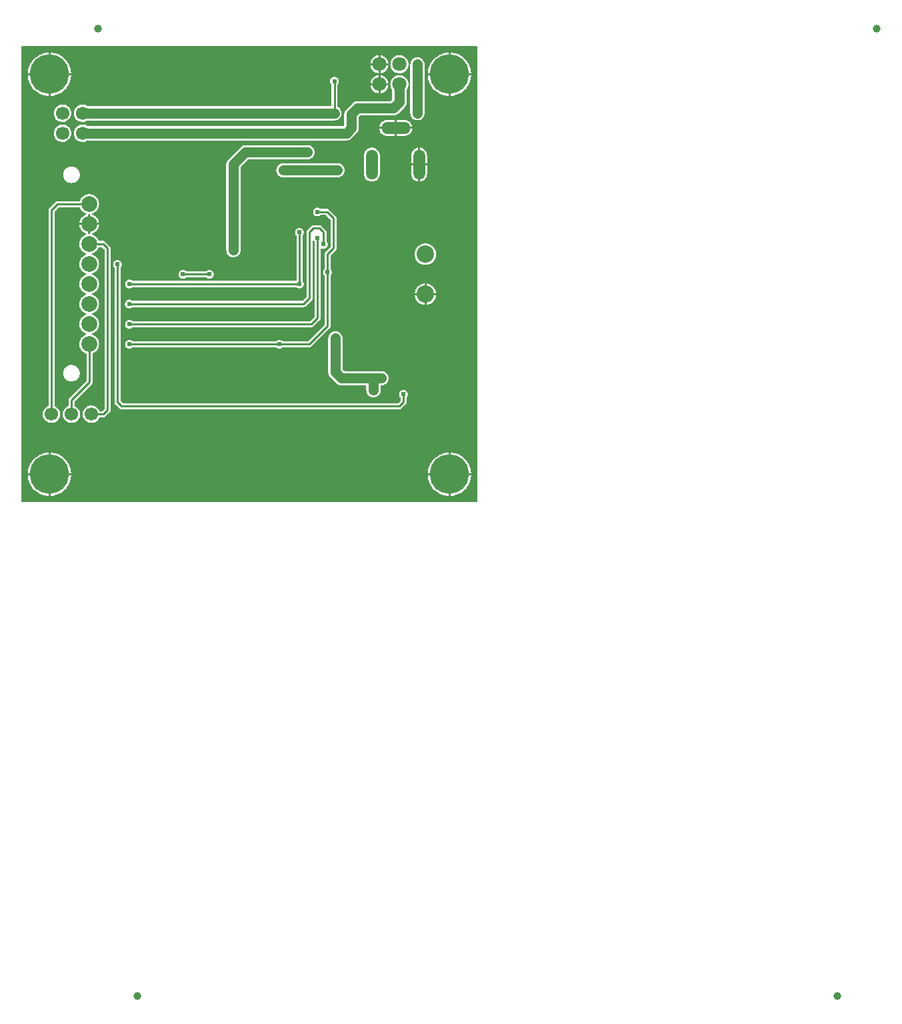
<source format=gbl>
G04 Layer: BottomLayer*
G04 Panelize: V-CUT, Column: 2, Row: 2, Board Size: 58.42mm x 58.42mm, Panelized Board Size: 118.84mm x 118.84mm*
G04 EasyEDA v6.5.34, 2023-08-04 19:32:33*
G04 a0606e6caba547089c08a3f75083e84a,5a6b42c53f6a479593ecc07194224c93,10*
G04 Gerber Generator version 0.2*
G04 Scale: 100 percent, Rotated: No, Reflected: No *
G04 Dimensions in millimeters *
G04 leading zeros omitted , absolute positions ,4 integer and 5 decimal *
%FSLAX45Y45*%
%MOMM*%

%ADD10C,0.2540*%
%ADD11C,1.3000*%
%ADD12C,1.0000*%
%ADD13O,3.6999926000000003X1.499997*%
%ADD14O,1.499997X3.7999924*%
%ADD15C,2.2000*%
%ADD16C,5.0000*%
%ADD17C,1.8000*%
%ADD18C,2.0000*%
%ADD19C,1.7000*%
%ADD20C,0.6096*%
%ADD21C,0.0188*%

%LPD*%
G36*
X5805932Y25908D02*
G01*
X36068Y26416D01*
X32156Y27178D01*
X28905Y29362D01*
X26670Y32664D01*
X25908Y36576D01*
X25908Y5805932D01*
X26670Y5809843D01*
X28905Y5813094D01*
X32156Y5815330D01*
X36068Y5816092D01*
X5805932Y5816092D01*
X5809843Y5815330D01*
X5813094Y5813094D01*
X5815330Y5809843D01*
X5816092Y5805932D01*
X5816092Y36068D01*
X5815330Y32207D01*
X5813094Y28905D01*
X5809843Y26670D01*
G37*

%LPC*%
G36*
X4584700Y5600700D02*
G01*
X4687112Y5600700D01*
X4686960Y5602528D01*
X4684268Y5616803D01*
X4679746Y5630672D01*
X4673549Y5643829D01*
X4665776Y5656122D01*
X4656480Y5667349D01*
X4645863Y5677306D01*
X4634077Y5685840D01*
X4621326Y5692851D01*
X4607814Y5698236D01*
X4593691Y5701842D01*
X4584700Y5702960D01*
G37*
G36*
X393700Y105562D02*
G01*
X398322Y105664D01*
X421284Y108051D01*
X443992Y112369D01*
X466242Y118618D01*
X487934Y126644D01*
X508812Y136499D01*
X528828Y148031D01*
X547827Y161239D01*
X565607Y175971D01*
X582117Y192125D01*
X597204Y209600D01*
X610819Y228295D01*
X622757Y248107D01*
X633018Y268782D01*
X641553Y290271D01*
X648208Y312369D01*
X653034Y334975D01*
X655929Y357936D01*
X656336Y368300D01*
X393700Y368300D01*
G37*
G36*
X5448300Y105613D02*
G01*
X5448300Y368300D01*
X5185410Y368300D01*
X5187289Y346405D01*
X5191150Y323646D01*
X5196890Y301244D01*
X5204460Y279450D01*
X5213858Y258317D01*
X5224983Y238099D01*
X5237784Y218846D01*
X5252161Y200710D01*
X5267960Y183896D01*
X5285130Y168402D01*
X5303520Y154432D01*
X5323027Y142087D01*
X5343499Y131368D01*
X5364835Y122428D01*
X5386781Y115265D01*
X5409285Y109982D01*
X5432145Y106629D01*
G37*
G36*
X368300Y105613D02*
G01*
X368300Y368300D01*
X105410Y368300D01*
X107289Y346405D01*
X111150Y323646D01*
X116890Y301244D01*
X124460Y279450D01*
X133858Y258317D01*
X144983Y238099D01*
X157784Y218846D01*
X172161Y200710D01*
X187960Y183896D01*
X205130Y168402D01*
X223520Y154432D01*
X243027Y142087D01*
X263499Y131368D01*
X284835Y122428D01*
X306781Y115265D01*
X329285Y109982D01*
X352145Y106629D01*
G37*
G36*
X393700Y393700D02*
G01*
X656336Y393700D01*
X655929Y404063D01*
X653034Y427024D01*
X648208Y449630D01*
X641553Y471728D01*
X633018Y493217D01*
X622757Y513892D01*
X610819Y533704D01*
X597204Y552348D01*
X582117Y569874D01*
X565607Y586028D01*
X547827Y600760D01*
X528828Y613968D01*
X508812Y625500D01*
X487934Y635355D01*
X466242Y643382D01*
X443992Y649630D01*
X421284Y653948D01*
X398322Y656336D01*
X393700Y656437D01*
G37*
G36*
X5473700Y393700D02*
G01*
X5736336Y393700D01*
X5735929Y404063D01*
X5733034Y427024D01*
X5728208Y449630D01*
X5721553Y471728D01*
X5713018Y493217D01*
X5702757Y513892D01*
X5690819Y533704D01*
X5677204Y552348D01*
X5662117Y569874D01*
X5645607Y586028D01*
X5627827Y600760D01*
X5608828Y613968D01*
X5588812Y625500D01*
X5567934Y635355D01*
X5546242Y643382D01*
X5523992Y649630D01*
X5501284Y653948D01*
X5478322Y656336D01*
X5473700Y656437D01*
G37*
G36*
X5185410Y393700D02*
G01*
X5448300Y393700D01*
X5448300Y656386D01*
X5432145Y655370D01*
X5409285Y652018D01*
X5386781Y646734D01*
X5364835Y639572D01*
X5343499Y630631D01*
X5323027Y619912D01*
X5303520Y607568D01*
X5285130Y593598D01*
X5267960Y578104D01*
X5252161Y561289D01*
X5237784Y543153D01*
X5224983Y523900D01*
X5213858Y503682D01*
X5204460Y482549D01*
X5196890Y460756D01*
X5191150Y438353D01*
X5187289Y415594D01*
G37*
G36*
X105410Y393700D02*
G01*
X368300Y393700D01*
X368300Y656386D01*
X352145Y655370D01*
X329285Y652018D01*
X306781Y646734D01*
X284835Y639572D01*
X263499Y630631D01*
X243027Y619912D01*
X223520Y607568D01*
X205130Y593598D01*
X187960Y578104D01*
X172161Y561289D01*
X157784Y543153D01*
X144983Y523900D01*
X133858Y503682D01*
X124460Y482549D01*
X116890Y460756D01*
X111150Y438353D01*
X107289Y415594D01*
G37*
G36*
X656844Y1032154D02*
G01*
X671068Y1032611D01*
X685088Y1034897D01*
X698703Y1038910D01*
X711708Y1044702D01*
X723849Y1052068D01*
X734974Y1060907D01*
X744829Y1071118D01*
X753313Y1082497D01*
X760323Y1094892D01*
X765657Y1108049D01*
X769264Y1121816D01*
X771042Y1135888D01*
X771042Y1150112D01*
X769264Y1164183D01*
X765657Y1177950D01*
X760323Y1191107D01*
X753313Y1203502D01*
X744829Y1214882D01*
X734974Y1225092D01*
X723849Y1233932D01*
X711708Y1241298D01*
X705053Y1244244D01*
X701852Y1246479D01*
X699770Y1249730D01*
X699008Y1253540D01*
X699008Y1300581D01*
X699770Y1304493D01*
X702005Y1307795D01*
X915924Y1521764D01*
X921054Y1527962D01*
X924610Y1534617D01*
X926795Y1541881D01*
X927608Y1549908D01*
X927608Y1909419D01*
X928319Y1913229D01*
X930452Y1916480D01*
X933602Y1918665D01*
X943914Y1923338D01*
X956919Y1931212D01*
X968908Y1940560D01*
X979627Y1951329D01*
X989025Y1963267D01*
X996899Y1976323D01*
X1003096Y1990140D01*
X1007618Y2004669D01*
X1010361Y2019604D01*
X1011275Y2034793D01*
X1010361Y2049983D01*
X1007618Y2064918D01*
X1003096Y2079447D01*
X996899Y2093315D01*
X989025Y2106320D01*
X979627Y2118258D01*
X968908Y2129028D01*
X956919Y2138426D01*
X943914Y2146249D01*
X929995Y2152548D01*
X926846Y2154783D01*
X924712Y2157984D01*
X924001Y2161794D01*
X924712Y2165604D01*
X926846Y2168855D01*
X929995Y2171090D01*
X943914Y2177338D01*
X956919Y2185212D01*
X968908Y2194560D01*
X979627Y2205329D01*
X989025Y2217267D01*
X996899Y2230323D01*
X1003096Y2244140D01*
X1007618Y2258669D01*
X1010361Y2273604D01*
X1011275Y2288794D01*
X1010361Y2303983D01*
X1007618Y2318918D01*
X1003096Y2333447D01*
X996899Y2347315D01*
X989025Y2360320D01*
X979627Y2372258D01*
X968908Y2383028D01*
X956919Y2392426D01*
X943914Y2400249D01*
X929995Y2406548D01*
X926846Y2408783D01*
X924712Y2411984D01*
X924001Y2415794D01*
X924712Y2419604D01*
X926846Y2422855D01*
X929995Y2425090D01*
X943914Y2431338D01*
X956919Y2439212D01*
X968908Y2448560D01*
X979627Y2459329D01*
X989025Y2471267D01*
X996899Y2484323D01*
X1003096Y2498140D01*
X1007618Y2512669D01*
X1010361Y2527604D01*
X1011275Y2542794D01*
X1010361Y2557983D01*
X1007618Y2572918D01*
X1003096Y2587447D01*
X996899Y2601315D01*
X989025Y2614320D01*
X979627Y2626258D01*
X968908Y2637028D01*
X956919Y2646426D01*
X943914Y2654249D01*
X929995Y2660548D01*
X926846Y2662783D01*
X924712Y2665984D01*
X924001Y2669794D01*
X924712Y2673604D01*
X926846Y2676855D01*
X929995Y2679090D01*
X943914Y2685338D01*
X956919Y2693212D01*
X968908Y2702560D01*
X979627Y2713329D01*
X989025Y2725267D01*
X996899Y2738323D01*
X1003096Y2752140D01*
X1007618Y2766669D01*
X1010361Y2781604D01*
X1011275Y2796794D01*
X1010361Y2811983D01*
X1007618Y2826918D01*
X1003096Y2841447D01*
X996899Y2855315D01*
X989025Y2868320D01*
X979627Y2880258D01*
X968908Y2891028D01*
X956919Y2900426D01*
X943914Y2908249D01*
X929995Y2914548D01*
X926846Y2916783D01*
X924712Y2919984D01*
X924001Y2923794D01*
X924712Y2927604D01*
X926846Y2930855D01*
X929995Y2933090D01*
X943914Y2939338D01*
X956919Y2947212D01*
X968908Y2956560D01*
X979627Y2967329D01*
X989025Y2979267D01*
X996899Y2992323D01*
X1003096Y3006140D01*
X1007618Y3020669D01*
X1010361Y3035604D01*
X1011275Y3050794D01*
X1010361Y3065983D01*
X1007618Y3080918D01*
X1003096Y3095447D01*
X996899Y3109315D01*
X989025Y3122320D01*
X979627Y3134258D01*
X968908Y3145028D01*
X956919Y3154426D01*
X943914Y3162249D01*
X929995Y3168548D01*
X926846Y3170783D01*
X924712Y3173984D01*
X924001Y3177794D01*
X924712Y3181604D01*
X926846Y3184855D01*
X929995Y3187090D01*
X943914Y3193338D01*
X956919Y3201212D01*
X968908Y3210560D01*
X979627Y3221329D01*
X989025Y3233267D01*
X996899Y3246323D01*
X1003147Y3260191D01*
X1005382Y3263341D01*
X1008583Y3265474D01*
X1012393Y3266186D01*
X1043787Y3266186D01*
X1047699Y3265424D01*
X1051001Y3263188D01*
X1075994Y3238195D01*
X1078230Y3234893D01*
X1078992Y3230981D01*
X1078992Y1214018D01*
X1078230Y1210106D01*
X1075994Y1206804D01*
X1053795Y1184605D01*
X1050493Y1182370D01*
X1046581Y1181608D01*
X1024991Y1181608D01*
X1021080Y1182370D01*
X1017778Y1184605D01*
X1015593Y1187958D01*
X1014323Y1191107D01*
X1007313Y1203502D01*
X998829Y1214882D01*
X988923Y1225092D01*
X977849Y1233932D01*
X965708Y1241298D01*
X952703Y1247038D01*
X939088Y1251102D01*
X925068Y1253388D01*
X910844Y1253845D01*
X896721Y1252474D01*
X882853Y1249324D01*
X869492Y1244396D01*
X856894Y1237843D01*
X845261Y1229715D01*
X834745Y1220114D01*
X825550Y1209344D01*
X817778Y1197406D01*
X811631Y1184605D01*
X807161Y1171143D01*
X804418Y1157173D01*
X803503Y1143000D01*
X804418Y1128826D01*
X807161Y1114856D01*
X811631Y1101394D01*
X817778Y1088593D01*
X825550Y1076655D01*
X834745Y1065834D01*
X845261Y1056284D01*
X856894Y1048156D01*
X869492Y1041603D01*
X882853Y1036675D01*
X896721Y1033526D01*
X910844Y1032154D01*
X925068Y1032611D01*
X939088Y1034897D01*
X952703Y1038910D01*
X965708Y1044702D01*
X977849Y1052068D01*
X988923Y1060907D01*
X998829Y1071118D01*
X1007313Y1082497D01*
X1014323Y1094892D01*
X1015593Y1098042D01*
X1017778Y1101394D01*
X1021080Y1103630D01*
X1024991Y1104392D01*
X1066292Y1104392D01*
X1074318Y1105204D01*
X1081532Y1107389D01*
X1088237Y1110945D01*
X1094435Y1116076D01*
X1144524Y1166164D01*
X1149654Y1172362D01*
X1153210Y1179068D01*
X1155395Y1186281D01*
X1156208Y1194308D01*
X1156208Y3250692D01*
X1155395Y3258718D01*
X1153210Y3265932D01*
X1149654Y3272637D01*
X1144524Y3278835D01*
X1091641Y3331718D01*
X1085443Y3336848D01*
X1078738Y3340404D01*
X1071524Y3342589D01*
X1063498Y3343401D01*
X1012393Y3343401D01*
X1008634Y3344113D01*
X1005382Y3346246D01*
X1003147Y3349396D01*
X996899Y3363315D01*
X989025Y3376320D01*
X979627Y3388258D01*
X968908Y3399028D01*
X956919Y3408426D01*
X943914Y3416249D01*
X929995Y3422548D01*
X926846Y3424783D01*
X924712Y3427984D01*
X924001Y3431794D01*
X924712Y3435604D01*
X926846Y3438855D01*
X929995Y3441090D01*
X943914Y3447338D01*
X956919Y3455212D01*
X968908Y3464560D01*
X979627Y3475329D01*
X989025Y3487267D01*
X996899Y3500323D01*
X1003096Y3514140D01*
X1007618Y3528669D01*
X1010361Y3543604D01*
X1010513Y3546094D01*
X898093Y3546094D01*
X898093Y3440734D01*
X897331Y3436823D01*
X895146Y3433521D01*
X891844Y3431336D01*
X887933Y3430574D01*
X882853Y3430574D01*
X878992Y3431336D01*
X875690Y3433521D01*
X873506Y3436823D01*
X872693Y3440734D01*
X872693Y3546094D01*
X760272Y3546094D01*
X760425Y3543604D01*
X763168Y3528669D01*
X767689Y3514140D01*
X773938Y3500323D01*
X781812Y3487267D01*
X791159Y3475329D01*
X801928Y3464560D01*
X813917Y3455212D01*
X826922Y3447338D01*
X840841Y3441090D01*
X843991Y3438855D01*
X846074Y3435604D01*
X846836Y3431794D01*
X846074Y3427984D01*
X843991Y3424783D01*
X840841Y3422548D01*
X826922Y3416249D01*
X813917Y3408426D01*
X801928Y3399028D01*
X791159Y3388258D01*
X781812Y3376320D01*
X773938Y3363315D01*
X767689Y3349447D01*
X763168Y3334918D01*
X760425Y3319983D01*
X759510Y3304794D01*
X760425Y3289604D01*
X763168Y3274669D01*
X767689Y3260140D01*
X773938Y3246323D01*
X781812Y3233267D01*
X791159Y3221329D01*
X801928Y3210560D01*
X813917Y3201212D01*
X826922Y3193338D01*
X840841Y3187090D01*
X843991Y3184855D01*
X846074Y3181604D01*
X846836Y3177794D01*
X846074Y3173984D01*
X843991Y3170783D01*
X840841Y3168548D01*
X826922Y3162249D01*
X813917Y3154426D01*
X801928Y3145028D01*
X791159Y3134258D01*
X781812Y3122320D01*
X773938Y3109315D01*
X767689Y3095447D01*
X763168Y3080918D01*
X760425Y3065983D01*
X759510Y3050794D01*
X760425Y3035604D01*
X763168Y3020669D01*
X767689Y3006140D01*
X773938Y2992323D01*
X781812Y2979267D01*
X791159Y2967329D01*
X801928Y2956560D01*
X813917Y2947212D01*
X826922Y2939338D01*
X840841Y2933090D01*
X843991Y2930855D01*
X846074Y2927604D01*
X846836Y2923794D01*
X846074Y2919984D01*
X843991Y2916783D01*
X840841Y2914548D01*
X826922Y2908249D01*
X813917Y2900426D01*
X801928Y2891028D01*
X791159Y2880258D01*
X781812Y2868320D01*
X773938Y2855315D01*
X767689Y2841447D01*
X763168Y2826918D01*
X760425Y2811983D01*
X759510Y2796794D01*
X760425Y2781604D01*
X763168Y2766669D01*
X767689Y2752140D01*
X773938Y2738323D01*
X781812Y2725267D01*
X791159Y2713329D01*
X801928Y2702560D01*
X813917Y2693212D01*
X826922Y2685338D01*
X840841Y2679090D01*
X843991Y2676855D01*
X846074Y2673604D01*
X846836Y2669794D01*
X846074Y2665984D01*
X843991Y2662783D01*
X840841Y2660548D01*
X826922Y2654249D01*
X813917Y2646426D01*
X801928Y2637028D01*
X791159Y2626258D01*
X781812Y2614320D01*
X773938Y2601315D01*
X767689Y2587447D01*
X763168Y2572918D01*
X760425Y2557983D01*
X759510Y2542794D01*
X760425Y2527604D01*
X763168Y2512669D01*
X767689Y2498140D01*
X773938Y2484323D01*
X781812Y2471267D01*
X791159Y2459329D01*
X801928Y2448560D01*
X813917Y2439212D01*
X826922Y2431338D01*
X840841Y2425090D01*
X843991Y2422855D01*
X846074Y2419604D01*
X846836Y2415794D01*
X846074Y2411984D01*
X843991Y2408783D01*
X840841Y2406548D01*
X826922Y2400249D01*
X813917Y2392426D01*
X801928Y2383028D01*
X791159Y2372258D01*
X781812Y2360320D01*
X773938Y2347315D01*
X767689Y2333447D01*
X763168Y2318918D01*
X760425Y2303983D01*
X759510Y2288794D01*
X760425Y2273604D01*
X763168Y2258669D01*
X767689Y2244140D01*
X773938Y2230323D01*
X781812Y2217267D01*
X791159Y2205329D01*
X801928Y2194560D01*
X813917Y2185212D01*
X826922Y2177338D01*
X840841Y2171090D01*
X843991Y2168855D01*
X846074Y2165604D01*
X846836Y2161794D01*
X846074Y2157984D01*
X843991Y2154783D01*
X840841Y2152548D01*
X826922Y2146249D01*
X813917Y2138426D01*
X801928Y2129028D01*
X791159Y2118258D01*
X781812Y2106320D01*
X773938Y2093315D01*
X767689Y2079447D01*
X763168Y2064918D01*
X760425Y2049983D01*
X759510Y2034793D01*
X760425Y2019604D01*
X763168Y2004669D01*
X767689Y1990140D01*
X773938Y1976323D01*
X781812Y1963267D01*
X791159Y1951329D01*
X801928Y1940560D01*
X813917Y1931212D01*
X826922Y1923338D01*
X840790Y1917090D01*
X843229Y1916328D01*
X846988Y1914245D01*
X849477Y1910791D01*
X850392Y1906625D01*
X850392Y1569618D01*
X849630Y1565706D01*
X847394Y1562404D01*
X633476Y1348435D01*
X628345Y1342237D01*
X624789Y1335532D01*
X622604Y1328318D01*
X621792Y1320292D01*
X621792Y1253794D01*
X621131Y1250188D01*
X619201Y1247038D01*
X616305Y1244752D01*
X602894Y1237792D01*
X591261Y1229715D01*
X580745Y1220114D01*
X571550Y1209344D01*
X563778Y1197406D01*
X557631Y1184605D01*
X553161Y1171143D01*
X550418Y1157173D01*
X549503Y1143000D01*
X550418Y1128826D01*
X553161Y1114856D01*
X557631Y1101394D01*
X563778Y1088593D01*
X571550Y1076655D01*
X580745Y1065834D01*
X591261Y1056284D01*
X602894Y1048156D01*
X615492Y1041603D01*
X628853Y1036675D01*
X642721Y1033526D01*
G37*
G36*
X4456887Y5600700D02*
G01*
X4559300Y5600700D01*
X4559300Y5702960D01*
X4550308Y5701842D01*
X4536186Y5698236D01*
X4522673Y5692851D01*
X4509922Y5685840D01*
X4498136Y5677306D01*
X4487519Y5667349D01*
X4478223Y5656122D01*
X4470450Y5643829D01*
X4464253Y5630672D01*
X4459732Y5616803D01*
X4457039Y5602528D01*
G37*
G36*
X402844Y1032154D02*
G01*
X417068Y1032611D01*
X431088Y1034897D01*
X444703Y1038910D01*
X457708Y1044702D01*
X469849Y1052068D01*
X480974Y1060907D01*
X490829Y1071118D01*
X499313Y1082497D01*
X506323Y1094892D01*
X511657Y1108049D01*
X515264Y1121816D01*
X517042Y1135888D01*
X517042Y1150112D01*
X515264Y1164183D01*
X511657Y1177950D01*
X506323Y1191107D01*
X499313Y1203502D01*
X490829Y1214882D01*
X480974Y1225092D01*
X469849Y1233932D01*
X457708Y1241298D01*
X451053Y1244244D01*
X447852Y1246479D01*
X445770Y1249730D01*
X445008Y1253540D01*
X445008Y3713581D01*
X445770Y3717493D01*
X448005Y3720795D01*
X495604Y3768394D01*
X498906Y3770629D01*
X502818Y3771392D01*
X759663Y3771392D01*
X763473Y3770629D01*
X766724Y3768547D01*
X768959Y3765397D01*
X773938Y3754323D01*
X781812Y3741267D01*
X791159Y3729329D01*
X801928Y3718560D01*
X813917Y3709212D01*
X826922Y3701338D01*
X840841Y3695090D01*
X843991Y3692855D01*
X846074Y3689604D01*
X846836Y3685794D01*
X846074Y3681984D01*
X843991Y3678783D01*
X840841Y3676548D01*
X826922Y3670249D01*
X813917Y3662426D01*
X801928Y3653028D01*
X791159Y3642258D01*
X781812Y3630320D01*
X773938Y3617315D01*
X767689Y3603447D01*
X763168Y3588918D01*
X760425Y3573983D01*
X760272Y3571494D01*
X872693Y3571494D01*
X872693Y3676904D01*
X873506Y3680764D01*
X875690Y3684066D01*
X878992Y3686251D01*
X882853Y3687064D01*
X887933Y3687064D01*
X891844Y3686251D01*
X895146Y3684066D01*
X897331Y3680764D01*
X898093Y3676904D01*
X898093Y3571494D01*
X1010513Y3571494D01*
X1010361Y3573983D01*
X1007618Y3588918D01*
X1003096Y3603447D01*
X996899Y3617315D01*
X989025Y3630320D01*
X979627Y3642258D01*
X968908Y3653028D01*
X956919Y3662426D01*
X943914Y3670249D01*
X929995Y3676548D01*
X926846Y3678783D01*
X924712Y3681984D01*
X924001Y3685794D01*
X924712Y3689604D01*
X926846Y3692855D01*
X929995Y3695090D01*
X943914Y3701338D01*
X956919Y3709212D01*
X968908Y3718560D01*
X979627Y3729329D01*
X989025Y3741267D01*
X996899Y3754323D01*
X1003096Y3768140D01*
X1007618Y3782669D01*
X1010361Y3797604D01*
X1011275Y3812794D01*
X1010361Y3827983D01*
X1007618Y3842918D01*
X1003096Y3857447D01*
X996899Y3871315D01*
X989025Y3884320D01*
X979627Y3896258D01*
X968908Y3907028D01*
X956919Y3916426D01*
X943914Y3924249D01*
X930046Y3930497D01*
X915517Y3935018D01*
X900582Y3937762D01*
X885393Y3938676D01*
X870254Y3937762D01*
X855268Y3935018D01*
X840790Y3930497D01*
X826922Y3924249D01*
X813917Y3916426D01*
X801928Y3907028D01*
X791159Y3896258D01*
X781812Y3884320D01*
X773938Y3871315D01*
X767689Y3857447D01*
X767181Y3855720D01*
X765098Y3852011D01*
X761644Y3849471D01*
X757478Y3848608D01*
X483108Y3848608D01*
X475081Y3847795D01*
X467868Y3845610D01*
X461162Y3842054D01*
X454964Y3836924D01*
X379476Y3761435D01*
X374345Y3755237D01*
X370789Y3748532D01*
X368604Y3741318D01*
X367792Y3733292D01*
X367792Y1253794D01*
X367131Y1250188D01*
X365201Y1247038D01*
X362305Y1244752D01*
X348894Y1237792D01*
X337261Y1229715D01*
X326745Y1220114D01*
X317550Y1209344D01*
X309778Y1197406D01*
X303631Y1184605D01*
X299161Y1171143D01*
X296418Y1157173D01*
X295503Y1143000D01*
X296418Y1128826D01*
X299161Y1114856D01*
X303631Y1101394D01*
X309778Y1088593D01*
X317550Y1076655D01*
X326745Y1065834D01*
X337261Y1056284D01*
X348894Y1048156D01*
X361492Y1041603D01*
X374853Y1036675D01*
X388721Y1033526D01*
G37*
G36*
X105410Y5473700D02*
G01*
X368300Y5473700D01*
X368300Y5736386D01*
X352145Y5735370D01*
X329285Y5732018D01*
X306781Y5726734D01*
X284835Y5719572D01*
X263499Y5710631D01*
X243027Y5699912D01*
X223520Y5687568D01*
X205130Y5673598D01*
X187960Y5658104D01*
X172161Y5641289D01*
X157784Y5623153D01*
X144983Y5603900D01*
X133858Y5583682D01*
X124460Y5562549D01*
X116890Y5540756D01*
X111150Y5518353D01*
X107289Y5495594D01*
G37*
G36*
X1295908Y1205992D02*
G01*
X4825492Y1205992D01*
X4833518Y1206804D01*
X4840732Y1208989D01*
X4847437Y1212545D01*
X4853635Y1217676D01*
X4903978Y1268018D01*
X4909108Y1274216D01*
X4912664Y1280922D01*
X4914849Y1288135D01*
X4915662Y1296162D01*
X4915662Y1351838D01*
X4916424Y1355750D01*
X4918659Y1359052D01*
X4920183Y1360576D01*
X4925822Y1368602D01*
X4929936Y1377543D01*
X4932476Y1386992D01*
X4933340Y1396796D01*
X4932476Y1406601D01*
X4929936Y1416050D01*
X4925822Y1424990D01*
X4920183Y1433017D01*
X4913223Y1439976D01*
X4905197Y1445615D01*
X4896256Y1449730D01*
X4886807Y1452270D01*
X4877003Y1453134D01*
X4867198Y1452270D01*
X4857750Y1449730D01*
X4848809Y1445615D01*
X4840782Y1439976D01*
X4833823Y1433017D01*
X4828184Y1424990D01*
X4824069Y1416050D01*
X4821529Y1406601D01*
X4820666Y1396796D01*
X4821529Y1386992D01*
X4824069Y1377543D01*
X4828184Y1368602D01*
X4833823Y1360576D01*
X4835448Y1358950D01*
X4837684Y1355648D01*
X4838446Y1351737D01*
X4838446Y1315872D01*
X4837684Y1311960D01*
X4835448Y1308658D01*
X4812995Y1286205D01*
X4809693Y1283970D01*
X4805781Y1283208D01*
X1315618Y1283208D01*
X1311706Y1283970D01*
X1308404Y1286205D01*
X1286205Y1308404D01*
X1283970Y1311706D01*
X1283208Y1315618D01*
X1283208Y3002991D01*
X1283970Y3006902D01*
X1286205Y3010204D01*
X1287780Y3011779D01*
X1293418Y3019806D01*
X1297533Y3028746D01*
X1300073Y3038195D01*
X1300937Y3048000D01*
X1300073Y3057804D01*
X1297533Y3067253D01*
X1293418Y3076194D01*
X1287780Y3084220D01*
X1280820Y3091180D01*
X1272794Y3096818D01*
X1263853Y3100933D01*
X1254404Y3103473D01*
X1244600Y3104337D01*
X1234795Y3103473D01*
X1225346Y3100933D01*
X1216406Y3096818D01*
X1208379Y3091180D01*
X1201420Y3084220D01*
X1195781Y3076194D01*
X1191666Y3067253D01*
X1189126Y3057804D01*
X1188262Y3048000D01*
X1189126Y3038195D01*
X1191666Y3028746D01*
X1195781Y3019806D01*
X1201420Y3011779D01*
X1202994Y3010204D01*
X1205230Y3006902D01*
X1205992Y3002991D01*
X1205992Y1295908D01*
X1206804Y1287881D01*
X1208989Y1280668D01*
X1212545Y1273962D01*
X1217676Y1267764D01*
X1267764Y1217676D01*
X1273962Y1212545D01*
X1280668Y1208989D01*
X1287881Y1206804D01*
G37*
G36*
X5185410Y5473700D02*
G01*
X5448300Y5473700D01*
X5448300Y5736386D01*
X5432145Y5735370D01*
X5409285Y5732018D01*
X5386781Y5726734D01*
X5364835Y5719572D01*
X5343499Y5710631D01*
X5323027Y5699912D01*
X5303520Y5687568D01*
X5285130Y5673598D01*
X5267960Y5658104D01*
X5252161Y5641289D01*
X5237784Y5623153D01*
X5224983Y5603900D01*
X5213858Y5583682D01*
X5204460Y5562549D01*
X5196890Y5540756D01*
X5191150Y5518353D01*
X5187289Y5495594D01*
G37*
G36*
X4489805Y1356918D02*
G01*
X4502200Y1356918D01*
X4514494Y1358595D01*
X4526432Y1361948D01*
X4537811Y1366926D01*
X4548428Y1373327D01*
X4558030Y1381150D01*
X4566513Y1390243D01*
X4573676Y1400352D01*
X4579366Y1411376D01*
X4583531Y1423060D01*
X4586020Y1435201D01*
X4586935Y1447952D01*
X4586935Y1498904D01*
X4587646Y1502664D01*
X4589678Y1505864D01*
X4592726Y1508099D01*
X4596384Y1509064D01*
X4609998Y1509979D01*
X4622139Y1512468D01*
X4633823Y1516634D01*
X4644847Y1522323D01*
X4654956Y1529486D01*
X4664049Y1537970D01*
X4671872Y1547571D01*
X4678273Y1558188D01*
X4683252Y1569567D01*
X4686604Y1581505D01*
X4688281Y1593799D01*
X4688281Y1606194D01*
X4686604Y1618488D01*
X4683252Y1630426D01*
X4678273Y1641805D01*
X4671872Y1652422D01*
X4664049Y1662023D01*
X4654956Y1670507D01*
X4644847Y1677670D01*
X4633823Y1683359D01*
X4622139Y1687525D01*
X4609998Y1690014D01*
X4597247Y1690928D01*
X4131462Y1690928D01*
X4127550Y1691690D01*
X4124248Y1693875D01*
X4107078Y1711096D01*
X4104894Y1714347D01*
X4104081Y1718259D01*
X4104081Y2107844D01*
X4103217Y2120595D01*
X4100728Y2132736D01*
X4096562Y2144420D01*
X4090822Y2155393D01*
X4083710Y2165553D01*
X4075226Y2174595D01*
X4065625Y2182469D01*
X4055008Y2188870D01*
X4043629Y2193848D01*
X4031691Y2197201D01*
X4019397Y2198878D01*
X4007002Y2198878D01*
X3994708Y2197201D01*
X3982770Y2193848D01*
X3971391Y2188870D01*
X3960774Y2182469D01*
X3951173Y2174595D01*
X3942689Y2165553D01*
X3935526Y2155393D01*
X3929837Y2144420D01*
X3925671Y2132736D01*
X3923131Y2120595D01*
X3922268Y2107844D01*
X3922268Y1676654D01*
X3922776Y1666951D01*
X3924909Y1654708D01*
X3925620Y1652016D01*
X3928668Y1642872D01*
X3929735Y1640332D01*
X3935425Y1629308D01*
X3940860Y1621332D01*
X3942587Y1619148D01*
X3949090Y1611934D01*
X4025137Y1535887D01*
X4032351Y1529384D01*
X4034536Y1527657D01*
X4042511Y1522222D01*
X4053535Y1516532D01*
X4065219Y1512417D01*
X4067911Y1511706D01*
X4080103Y1509572D01*
X4089857Y1509064D01*
X4394911Y1509064D01*
X4398822Y1508302D01*
X4402124Y1506118D01*
X4404309Y1502816D01*
X4405071Y1498904D01*
X4405071Y1447952D01*
X4405985Y1435201D01*
X4408474Y1423060D01*
X4412640Y1411376D01*
X4418330Y1400352D01*
X4425492Y1390243D01*
X4433976Y1381150D01*
X4443577Y1373327D01*
X4454194Y1366926D01*
X4465574Y1361948D01*
X4477512Y1358595D01*
G37*
G36*
X660400Y1557324D02*
G01*
X674217Y1558239D01*
X687781Y1560931D01*
X700938Y1565402D01*
X713333Y1571498D01*
X724865Y1579219D01*
X735279Y1588363D01*
X744423Y1598777D01*
X752094Y1610258D01*
X758240Y1622704D01*
X762660Y1635810D01*
X765403Y1649374D01*
X766267Y1663192D01*
X765403Y1677060D01*
X762660Y1690624D01*
X758240Y1703730D01*
X752094Y1716176D01*
X744423Y1727657D01*
X735279Y1738071D01*
X724865Y1747215D01*
X713333Y1754936D01*
X700938Y1761032D01*
X687781Y1765503D01*
X674217Y1768195D01*
X660400Y1769110D01*
X646582Y1768195D01*
X633018Y1765503D01*
X619861Y1761032D01*
X607466Y1754936D01*
X595934Y1747215D01*
X585520Y1738071D01*
X576376Y1727657D01*
X568706Y1716176D01*
X562559Y1703730D01*
X558139Y1690624D01*
X555396Y1677060D01*
X554532Y1663192D01*
X555396Y1649374D01*
X558139Y1635810D01*
X562559Y1622704D01*
X568706Y1610258D01*
X576376Y1598777D01*
X585520Y1588363D01*
X595934Y1579219D01*
X607466Y1571498D01*
X619861Y1565402D01*
X633018Y1560931D01*
X646582Y1558239D01*
G37*
G36*
X1397000Y1975662D02*
G01*
X1406804Y1976526D01*
X1416253Y1979066D01*
X1425194Y1983181D01*
X1433220Y1988820D01*
X1434795Y1990394D01*
X1438097Y1992630D01*
X1442008Y1993392D01*
X3256991Y1993392D01*
X3260902Y1992630D01*
X3264204Y1990394D01*
X3265779Y1988820D01*
X3273806Y1983181D01*
X3282696Y1979066D01*
X3292195Y1976526D01*
X3302000Y1975662D01*
X3311753Y1976526D01*
X3321253Y1979066D01*
X3330143Y1983181D01*
X3338220Y1988820D01*
X3339795Y1990394D01*
X3343097Y1992630D01*
X3347008Y1993392D01*
X3682492Y1993392D01*
X3690518Y1994204D01*
X3697732Y1996389D01*
X3704437Y1999945D01*
X3710635Y2005075D01*
X3938524Y2232964D01*
X3943654Y2239162D01*
X3947210Y2245868D01*
X3949395Y2253081D01*
X3950208Y2261108D01*
X3950208Y2901391D01*
X3950970Y2905302D01*
X3953205Y2908604D01*
X3954779Y2910179D01*
X3960368Y2918206D01*
X3964533Y2927146D01*
X3967073Y2936595D01*
X3967937Y2946400D01*
X3967073Y2956204D01*
X3964533Y2965653D01*
X3960368Y2974594D01*
X3954779Y2982620D01*
X3953205Y2984195D01*
X3950970Y2987497D01*
X3950208Y2991358D01*
X3950208Y3154781D01*
X3950970Y3158693D01*
X3953205Y3161995D01*
X4014724Y3223564D01*
X4019854Y3229762D01*
X4023410Y3236468D01*
X4025595Y3243681D01*
X4026408Y3251708D01*
X4026408Y3631692D01*
X4025595Y3639718D01*
X4023410Y3646932D01*
X4019854Y3653637D01*
X4014724Y3659835D01*
X3935425Y3739134D01*
X3929227Y3744264D01*
X3922522Y3747820D01*
X3915308Y3750005D01*
X3907282Y3750818D01*
X3829558Y3750818D01*
X3825697Y3751579D01*
X3822395Y3753815D01*
X3820820Y3755390D01*
X3812743Y3761028D01*
X3803853Y3765143D01*
X3794353Y3767683D01*
X3784600Y3768547D01*
X3774795Y3767683D01*
X3765296Y3765143D01*
X3756406Y3761028D01*
X3748379Y3755390D01*
X3741420Y3748430D01*
X3735781Y3740404D01*
X3731666Y3731463D01*
X3729075Y3722014D01*
X3728262Y3712210D01*
X3729075Y3702405D01*
X3731666Y3692956D01*
X3735781Y3684015D01*
X3741420Y3675989D01*
X3748379Y3669029D01*
X3756406Y3663391D01*
X3765296Y3659276D01*
X3774795Y3656736D01*
X3784600Y3655872D01*
X3794353Y3656736D01*
X3803853Y3659276D01*
X3812743Y3663391D01*
X3820820Y3669029D01*
X3822395Y3670604D01*
X3825697Y3672840D01*
X3829558Y3673601D01*
X3887571Y3673601D01*
X3891483Y3672840D01*
X3894785Y3670604D01*
X3946194Y3619195D01*
X3948429Y3615893D01*
X3949192Y3611981D01*
X3949192Y3271418D01*
X3948429Y3267506D01*
X3946194Y3264204D01*
X3884676Y3202635D01*
X3879545Y3196437D01*
X3875989Y3189732D01*
X3873804Y3182518D01*
X3872992Y3174492D01*
X3872992Y2991408D01*
X3872229Y2987497D01*
X3869994Y2984195D01*
X3868420Y2982620D01*
X3862781Y2974594D01*
X3858666Y2965653D01*
X3856075Y2956204D01*
X3855262Y2946400D01*
X3856075Y2936595D01*
X3858666Y2927146D01*
X3862781Y2918206D01*
X3868420Y2910179D01*
X3869994Y2908604D01*
X3872229Y2905302D01*
X3872992Y2901391D01*
X3872992Y2280818D01*
X3872229Y2276906D01*
X3869994Y2273604D01*
X3669995Y2073605D01*
X3666693Y2071370D01*
X3662781Y2070607D01*
X3346958Y2070607D01*
X3343097Y2071370D01*
X3339795Y2073605D01*
X3338220Y2075180D01*
X3330143Y2080818D01*
X3321253Y2084933D01*
X3311753Y2087473D01*
X3302000Y2088337D01*
X3292195Y2087473D01*
X3282696Y2084933D01*
X3273806Y2080818D01*
X3265779Y2075180D01*
X3264204Y2073605D01*
X3260902Y2071370D01*
X3256991Y2070607D01*
X1441958Y2070607D01*
X1438097Y2071370D01*
X1434795Y2073605D01*
X1433220Y2075180D01*
X1425194Y2080818D01*
X1416253Y2084933D01*
X1406804Y2087473D01*
X1397000Y2088337D01*
X1387195Y2087473D01*
X1377746Y2084933D01*
X1368806Y2080818D01*
X1360779Y2075180D01*
X1353820Y2068220D01*
X1348181Y2060193D01*
X1344066Y2051253D01*
X1341526Y2041804D01*
X1340662Y2032000D01*
X1341526Y2022195D01*
X1344066Y2012746D01*
X1348181Y2003806D01*
X1353820Y1995779D01*
X1360779Y1988820D01*
X1368806Y1983181D01*
X1377746Y1979066D01*
X1387195Y1976526D01*
G37*
G36*
X5473700Y5473700D02*
G01*
X5736336Y5473700D01*
X5735929Y5484063D01*
X5733034Y5507024D01*
X5728208Y5529630D01*
X5721553Y5551728D01*
X5713018Y5573217D01*
X5702757Y5593892D01*
X5690819Y5613704D01*
X5677204Y5632348D01*
X5662117Y5649874D01*
X5645607Y5666028D01*
X5627827Y5680760D01*
X5608828Y5693968D01*
X5588812Y5705500D01*
X5567934Y5715355D01*
X5546242Y5723382D01*
X5523992Y5729630D01*
X5501284Y5733948D01*
X5478322Y5736336D01*
X5473700Y5736437D01*
G37*
G36*
X393700Y5473700D02*
G01*
X656336Y5473700D01*
X655929Y5484063D01*
X653034Y5507024D01*
X648208Y5529630D01*
X641553Y5551728D01*
X633018Y5573217D01*
X622757Y5593892D01*
X610819Y5613704D01*
X597204Y5632348D01*
X582117Y5649874D01*
X565607Y5666028D01*
X547827Y5680760D01*
X528828Y5693968D01*
X508812Y5705500D01*
X487934Y5715355D01*
X466242Y5723382D01*
X443992Y5729630D01*
X421284Y5733948D01*
X398322Y5736336D01*
X393700Y5736437D01*
G37*
G36*
X4559300Y5473039D02*
G01*
X4559300Y5575300D01*
X4456887Y5575300D01*
X4457039Y5573471D01*
X4459732Y5559196D01*
X4464253Y5545328D01*
X4470450Y5532170D01*
X4478223Y5519877D01*
X4487519Y5508650D01*
X4498136Y5498693D01*
X4509922Y5490159D01*
X4522673Y5483148D01*
X4536186Y5477764D01*
X4550308Y5474157D01*
G37*
G36*
X1397000Y2229662D02*
G01*
X1406804Y2230526D01*
X1416253Y2233066D01*
X1425194Y2237181D01*
X1433220Y2242820D01*
X1434795Y2244394D01*
X1438097Y2246630D01*
X1442008Y2247392D01*
X3707892Y2247392D01*
X3715918Y2248204D01*
X3723132Y2250389D01*
X3729837Y2253945D01*
X3736035Y2259076D01*
X3811524Y2334564D01*
X3816654Y2340762D01*
X3820210Y2347417D01*
X3822395Y2354681D01*
X3823208Y2362708D01*
X3823208Y3241649D01*
X3824020Y3245612D01*
X3826306Y3248964D01*
X3829710Y3251098D01*
X3833723Y3251809D01*
X3837635Y3250844D01*
X3841496Y3249066D01*
X3850995Y3246475D01*
X3860800Y3245662D01*
X3870553Y3246475D01*
X3880053Y3249066D01*
X3888943Y3253181D01*
X3897020Y3258820D01*
X3903979Y3265779D01*
X3909568Y3273806D01*
X3913733Y3282696D01*
X3916273Y3292195D01*
X3917137Y3302000D01*
X3916273Y3311753D01*
X3913733Y3321253D01*
X3909568Y3330143D01*
X3903979Y3338220D01*
X3902405Y3339795D01*
X3900170Y3343097D01*
X3899408Y3346958D01*
X3899408Y3453892D01*
X3898595Y3461918D01*
X3896410Y3469132D01*
X3892854Y3475837D01*
X3887724Y3482035D01*
X3837635Y3532124D01*
X3831437Y3537254D01*
X3824732Y3540810D01*
X3817518Y3542995D01*
X3809492Y3543808D01*
X3734308Y3543808D01*
X3726281Y3542995D01*
X3719068Y3540810D01*
X3712362Y3537254D01*
X3706164Y3532124D01*
X3656076Y3482035D01*
X3650945Y3475837D01*
X3647389Y3469132D01*
X3645204Y3461918D01*
X3644392Y3453892D01*
X3644392Y2636418D01*
X3643629Y2632506D01*
X3641394Y2629204D01*
X3596589Y2584399D01*
X3593287Y2582164D01*
X3589375Y2581402D01*
X1439164Y2581402D01*
X1435303Y2582164D01*
X1432001Y2584399D01*
X1430426Y2585974D01*
X1422349Y2591612D01*
X1413459Y2595727D01*
X1403959Y2598267D01*
X1394206Y2599131D01*
X1384401Y2598267D01*
X1374902Y2595727D01*
X1366012Y2591612D01*
X1357934Y2585974D01*
X1351026Y2579014D01*
X1345387Y2570988D01*
X1341221Y2562047D01*
X1338681Y2552598D01*
X1337818Y2542794D01*
X1338681Y2532989D01*
X1341221Y2523540D01*
X1345387Y2514600D01*
X1351026Y2506573D01*
X1357934Y2499614D01*
X1366012Y2493975D01*
X1374902Y2489860D01*
X1384401Y2487320D01*
X1394206Y2486456D01*
X1403959Y2487320D01*
X1413459Y2489860D01*
X1422349Y2493975D01*
X1430426Y2499614D01*
X1432001Y2501188D01*
X1435303Y2503424D01*
X1439164Y2504186D01*
X3609086Y2504186D01*
X3617112Y2504998D01*
X3624326Y2507183D01*
X3631031Y2510739D01*
X3637229Y2515870D01*
X3709924Y2588564D01*
X3715054Y2594762D01*
X3718610Y2601468D01*
X3720795Y2608681D01*
X3721608Y2616708D01*
X3721608Y3338068D01*
X3722522Y3342233D01*
X3725011Y3345637D01*
X3728720Y3347720D01*
X3732936Y3348126D01*
X3737000Y3346754D01*
X3740099Y3343859D01*
X3742994Y3340404D01*
X3745229Y3337102D01*
X3745992Y3333191D01*
X3745992Y2382418D01*
X3745229Y2378506D01*
X3742994Y2375204D01*
X3695395Y2327605D01*
X3692093Y2325370D01*
X3688181Y2324608D01*
X1441958Y2324608D01*
X1438097Y2325370D01*
X1434795Y2327605D01*
X1433220Y2329180D01*
X1425194Y2334818D01*
X1416253Y2338933D01*
X1406804Y2341473D01*
X1397000Y2342337D01*
X1387195Y2341473D01*
X1377746Y2338933D01*
X1368806Y2334818D01*
X1360779Y2329180D01*
X1353820Y2322220D01*
X1348181Y2314194D01*
X1344066Y2305253D01*
X1341526Y2295804D01*
X1340662Y2286000D01*
X1341526Y2276195D01*
X1344066Y2266746D01*
X1348181Y2257806D01*
X1353820Y2249779D01*
X1360779Y2242820D01*
X1368806Y2237181D01*
X1377746Y2233066D01*
X1387195Y2230526D01*
G37*
G36*
X4584700Y5473039D02*
G01*
X4593691Y5474157D01*
X4607814Y5477764D01*
X4621326Y5483148D01*
X4634077Y5490159D01*
X4645863Y5498693D01*
X4656480Y5508650D01*
X4665776Y5519877D01*
X4673549Y5532170D01*
X4679746Y5545328D01*
X4684268Y5559196D01*
X4686960Y5573471D01*
X4687112Y5575300D01*
X4584700Y5575300D01*
G37*
G36*
X4818735Y5472328D02*
G01*
X4833264Y5472328D01*
X4847691Y5474157D01*
X4861814Y5477764D01*
X4875326Y5483148D01*
X4888077Y5490159D01*
X4899863Y5498693D01*
X4910480Y5508650D01*
X4919776Y5519877D01*
X4927549Y5532170D01*
X4933746Y5545328D01*
X4938268Y5559196D01*
X4940960Y5573471D01*
X4941874Y5588000D01*
X4940960Y5602528D01*
X4938268Y5616803D01*
X4933746Y5630672D01*
X4927549Y5643829D01*
X4919776Y5656122D01*
X4910480Y5667349D01*
X4899863Y5677306D01*
X4888077Y5685840D01*
X4875326Y5692851D01*
X4861814Y5698236D01*
X4847691Y5701842D01*
X4833264Y5703671D01*
X4818735Y5703671D01*
X4804308Y5701842D01*
X4790186Y5698236D01*
X4776673Y5692851D01*
X4763922Y5685840D01*
X4752136Y5677306D01*
X4741519Y5667349D01*
X4732223Y5656122D01*
X4724450Y5643829D01*
X4718253Y5630672D01*
X4713732Y5616803D01*
X4711039Y5602528D01*
X4710125Y5588000D01*
X4711039Y5573471D01*
X4713732Y5559196D01*
X4718253Y5545328D01*
X4724450Y5532170D01*
X4732223Y5519877D01*
X4741519Y5508650D01*
X4752136Y5498693D01*
X4763922Y5490159D01*
X4776673Y5483148D01*
X4790186Y5477764D01*
X4804308Y5474157D01*
G37*
G36*
X5143500Y2531872D02*
G01*
X5143500Y2654300D01*
X5021122Y2654300D01*
X5022392Y2643428D01*
X5025999Y2628036D01*
X5031435Y2613202D01*
X5038496Y2599080D01*
X5047183Y2585872D01*
X5057343Y2573731D01*
X5068874Y2562910D01*
X5081524Y2553462D01*
X5095240Y2545588D01*
X5109718Y2539288D01*
X5124856Y2534767D01*
X5140452Y2532024D01*
G37*
G36*
X5168900Y2531872D02*
G01*
X5171998Y2532024D01*
X5187543Y2534767D01*
X5202682Y2539288D01*
X5217210Y2545588D01*
X5230876Y2553462D01*
X5243576Y2562910D01*
X5255056Y2573731D01*
X5265216Y2585872D01*
X5273903Y2599080D01*
X5280964Y2613202D01*
X5286400Y2628036D01*
X5290007Y2643428D01*
X5291277Y2654300D01*
X5168900Y2654300D01*
G37*
G36*
X4584700Y5346700D02*
G01*
X4687112Y5346700D01*
X4686960Y5348528D01*
X4684268Y5362803D01*
X4679746Y5376672D01*
X4673549Y5389829D01*
X4665776Y5402122D01*
X4656480Y5413349D01*
X4645863Y5423306D01*
X4634077Y5431840D01*
X4621326Y5438851D01*
X4607814Y5444236D01*
X4593691Y5447842D01*
X4584700Y5448960D01*
G37*
G36*
X5168900Y2679700D02*
G01*
X5291277Y2679700D01*
X5290007Y2690622D01*
X5286400Y2705963D01*
X5280964Y2720848D01*
X5273903Y2734970D01*
X5265216Y2748127D01*
X5255056Y2760268D01*
X5243576Y2771089D01*
X5230876Y2780538D01*
X5217210Y2788462D01*
X5202682Y2794711D01*
X5187543Y2799232D01*
X5171998Y2801975D01*
X5168900Y2802128D01*
G37*
G36*
X5021122Y2679700D02*
G01*
X5143500Y2679700D01*
X5143500Y2802128D01*
X5140452Y2801975D01*
X5124856Y2799232D01*
X5109718Y2794711D01*
X5095240Y2788462D01*
X5081524Y2780538D01*
X5068874Y2771089D01*
X5057343Y2760268D01*
X5047183Y2748127D01*
X5038496Y2734970D01*
X5031435Y2720848D01*
X5025999Y2705963D01*
X5022392Y2690622D01*
G37*
G36*
X1397355Y2740456D02*
G01*
X1407160Y2741320D01*
X1416608Y2743860D01*
X1425549Y2747975D01*
X1433576Y2753614D01*
X1435150Y2755188D01*
X1438452Y2757424D01*
X1442364Y2758186D01*
X3510991Y2758186D01*
X3514902Y2757424D01*
X3518204Y2755188D01*
X3519779Y2753614D01*
X3527806Y2747975D01*
X3536746Y2743860D01*
X3546195Y2741320D01*
X3556000Y2740456D01*
X3565804Y2741320D01*
X3575253Y2743860D01*
X3584194Y2747975D01*
X3592220Y2753614D01*
X3599179Y2760573D01*
X3604818Y2768600D01*
X3608933Y2777540D01*
X3611473Y2786989D01*
X3612337Y2796794D01*
X3611473Y2806598D01*
X3608933Y2816047D01*
X3604818Y2824988D01*
X3599179Y2833014D01*
X3597605Y2834589D01*
X3595370Y2837891D01*
X3594608Y2841802D01*
X3594608Y3409391D01*
X3595370Y3413302D01*
X3597605Y3416604D01*
X3599179Y3418179D01*
X3604768Y3426206D01*
X3608933Y3435096D01*
X3611473Y3444595D01*
X3612337Y3454400D01*
X3611473Y3464153D01*
X3608933Y3473653D01*
X3604768Y3482543D01*
X3599179Y3490620D01*
X3592220Y3497579D01*
X3584143Y3503168D01*
X3575253Y3507333D01*
X3565753Y3509873D01*
X3556000Y3510737D01*
X3546195Y3509873D01*
X3536696Y3507333D01*
X3527806Y3503168D01*
X3519779Y3497579D01*
X3512820Y3490620D01*
X3507181Y3482543D01*
X3503066Y3473653D01*
X3500475Y3464153D01*
X3499662Y3454400D01*
X3500475Y3444595D01*
X3503066Y3435096D01*
X3507181Y3426206D01*
X3512820Y3418179D01*
X3514394Y3416604D01*
X3516629Y3413302D01*
X3517392Y3409391D01*
X3517392Y2845562D01*
X3516629Y2841650D01*
X3514394Y2838399D01*
X3511143Y2836164D01*
X3507232Y2835402D01*
X1442364Y2835402D01*
X1438452Y2836164D01*
X1435150Y2838399D01*
X1433576Y2839974D01*
X1425549Y2845612D01*
X1416608Y2849727D01*
X1407160Y2852267D01*
X1397355Y2853131D01*
X1387551Y2852267D01*
X1378102Y2849727D01*
X1369161Y2845612D01*
X1361135Y2839974D01*
X1354175Y2833014D01*
X1348536Y2824988D01*
X1344422Y2816047D01*
X1341882Y2806598D01*
X1341018Y2796794D01*
X1341882Y2786989D01*
X1344422Y2777540D01*
X1348536Y2768600D01*
X1354175Y2760573D01*
X1361135Y2753614D01*
X1369161Y2747975D01*
X1378102Y2743860D01*
X1387551Y2741320D01*
G37*
G36*
X4456887Y5346700D02*
G01*
X4559300Y5346700D01*
X4559300Y5448960D01*
X4550308Y5447842D01*
X4536186Y5444236D01*
X4522673Y5438851D01*
X4509922Y5431840D01*
X4498136Y5423306D01*
X4487519Y5413349D01*
X4478223Y5402122D01*
X4470450Y5389829D01*
X4464253Y5376672D01*
X4459732Y5362803D01*
X4457039Y5348528D01*
G37*
G36*
X4584700Y5219039D02*
G01*
X4593691Y5220157D01*
X4607814Y5223764D01*
X4621326Y5229148D01*
X4634077Y5236159D01*
X4645863Y5244693D01*
X4656480Y5254650D01*
X4665776Y5265877D01*
X4673549Y5278170D01*
X4679746Y5291328D01*
X4684268Y5305196D01*
X4686960Y5319471D01*
X4687112Y5321300D01*
X4584700Y5321300D01*
G37*
G36*
X2076196Y2864662D02*
G01*
X2086000Y2865526D01*
X2095449Y2868066D01*
X2104390Y2872181D01*
X2112416Y2877820D01*
X2113991Y2879394D01*
X2117293Y2881630D01*
X2121204Y2882392D01*
X2367991Y2882392D01*
X2371902Y2881630D01*
X2375204Y2879394D01*
X2376779Y2877820D01*
X2384806Y2872181D01*
X2393746Y2868066D01*
X2403195Y2865526D01*
X2413000Y2864662D01*
X2422804Y2865526D01*
X2432253Y2868066D01*
X2441194Y2872181D01*
X2449220Y2877820D01*
X2456180Y2884779D01*
X2461818Y2892806D01*
X2465933Y2901746D01*
X2468473Y2911195D01*
X2469337Y2921000D01*
X2468473Y2930804D01*
X2465933Y2940253D01*
X2461818Y2949194D01*
X2456180Y2957220D01*
X2449220Y2964180D01*
X2441194Y2969818D01*
X2432253Y2973933D01*
X2422804Y2976473D01*
X2413000Y2977337D01*
X2403195Y2976473D01*
X2393746Y2973933D01*
X2384806Y2969818D01*
X2376779Y2964180D01*
X2375204Y2962554D01*
X2371902Y2960370D01*
X2367991Y2959608D01*
X2121204Y2959608D01*
X2117293Y2960370D01*
X2113991Y2962554D01*
X2112416Y2964180D01*
X2104390Y2969818D01*
X2095449Y2973933D01*
X2086000Y2976473D01*
X2076196Y2977337D01*
X2066391Y2976473D01*
X2056942Y2973933D01*
X2048002Y2969818D01*
X2039975Y2964180D01*
X2033016Y2957220D01*
X2027377Y2949194D01*
X2023262Y2940253D01*
X2020722Y2930804D01*
X2019858Y2921000D01*
X2020722Y2911195D01*
X2023262Y2901746D01*
X2027377Y2892806D01*
X2033016Y2884779D01*
X2039975Y2877820D01*
X2048002Y2872181D01*
X2056942Y2868066D01*
X2066391Y2865526D01*
G37*
G36*
X4559300Y5219039D02*
G01*
X4559300Y5321300D01*
X4456887Y5321300D01*
X4457039Y5319471D01*
X4459732Y5305196D01*
X4464253Y5291328D01*
X4470450Y5278170D01*
X4478223Y5265877D01*
X4487519Y5254650D01*
X4498136Y5244693D01*
X4509922Y5236159D01*
X4522673Y5229148D01*
X4536186Y5223764D01*
X4550308Y5220157D01*
G37*
G36*
X368300Y5185613D02*
G01*
X368300Y5448300D01*
X105410Y5448300D01*
X107289Y5426405D01*
X111150Y5403646D01*
X116890Y5381244D01*
X124460Y5359450D01*
X133858Y5338318D01*
X144983Y5318099D01*
X157784Y5298846D01*
X172161Y5280710D01*
X187960Y5263896D01*
X205130Y5248402D01*
X223520Y5234432D01*
X243027Y5222087D01*
X263499Y5211368D01*
X284835Y5202428D01*
X306781Y5195265D01*
X329285Y5189982D01*
X352145Y5186629D01*
G37*
G36*
X5156200Y3039110D02*
G01*
X5171998Y3040024D01*
X5187543Y3042767D01*
X5202682Y3047288D01*
X5217210Y3053588D01*
X5230876Y3061462D01*
X5243576Y3070910D01*
X5255056Y3081731D01*
X5265216Y3093872D01*
X5273903Y3107080D01*
X5280964Y3121202D01*
X5286400Y3136036D01*
X5290007Y3151428D01*
X5291886Y3167126D01*
X5291886Y3182924D01*
X5290007Y3198622D01*
X5286400Y3213963D01*
X5280964Y3228848D01*
X5273903Y3242970D01*
X5265216Y3256127D01*
X5255056Y3268268D01*
X5243576Y3279089D01*
X5230876Y3288537D01*
X5217210Y3296462D01*
X5202682Y3302711D01*
X5187543Y3307232D01*
X5171998Y3309975D01*
X5156200Y3310890D01*
X5140452Y3309975D01*
X5124856Y3307232D01*
X5109718Y3302711D01*
X5095240Y3296462D01*
X5081524Y3288537D01*
X5068874Y3279089D01*
X5057343Y3268268D01*
X5047183Y3256127D01*
X5038496Y3242970D01*
X5031435Y3228848D01*
X5025999Y3213963D01*
X5022392Y3198622D01*
X5020564Y3182924D01*
X5020564Y3167126D01*
X5022392Y3151428D01*
X5025999Y3136036D01*
X5031435Y3121202D01*
X5038496Y3107080D01*
X5047183Y3093872D01*
X5057343Y3081731D01*
X5068874Y3070910D01*
X5081524Y3061462D01*
X5095240Y3053588D01*
X5109718Y3047288D01*
X5124856Y3042767D01*
X5140452Y3040024D01*
G37*
G36*
X2711602Y3135122D02*
G01*
X2723997Y3135122D01*
X2736291Y3136798D01*
X2748229Y3140151D01*
X2759608Y3145129D01*
X2770225Y3151530D01*
X2779826Y3159353D01*
X2788310Y3168446D01*
X2795473Y3178556D01*
X2801162Y3189579D01*
X2805328Y3201263D01*
X2807817Y3213404D01*
X2808732Y3226155D01*
X2808732Y4276140D01*
X2809494Y4280001D01*
X2811678Y4283303D01*
X2904896Y4376521D01*
X2908198Y4378706D01*
X2912059Y4379468D01*
X3657244Y4379468D01*
X3669995Y4380382D01*
X3682136Y4382871D01*
X3693820Y4387037D01*
X3704844Y4392726D01*
X3714953Y4399889D01*
X3724046Y4408373D01*
X3731869Y4417974D01*
X3738270Y4428591D01*
X3743248Y4439970D01*
X3746601Y4451908D01*
X3748278Y4464202D01*
X3748278Y4476597D01*
X3746601Y4488891D01*
X3743248Y4500829D01*
X3738270Y4512208D01*
X3731869Y4522825D01*
X3724046Y4532426D01*
X3714953Y4540910D01*
X3704844Y4548073D01*
X3693820Y4553762D01*
X3682136Y4557928D01*
X3669995Y4560417D01*
X3657244Y4561332D01*
X2870454Y4561332D01*
X2860751Y4560824D01*
X2848508Y4558690D01*
X2845866Y4557979D01*
X2834132Y4553864D01*
X2823108Y4548174D01*
X2815132Y4542739D01*
X2805734Y4534509D01*
X2653690Y4382465D01*
X2645460Y4373067D01*
X2640025Y4365091D01*
X2634335Y4354068D01*
X2630220Y4342333D01*
X2629509Y4339691D01*
X2627376Y4327448D01*
X2626868Y4317746D01*
X2626868Y3226155D01*
X2627782Y3213404D01*
X2630271Y3201263D01*
X2634437Y3189579D01*
X2640126Y3178556D01*
X2647289Y3168446D01*
X2655773Y3159353D01*
X2665374Y3151530D01*
X2675991Y3145129D01*
X2687370Y3140151D01*
X2699308Y3136798D01*
G37*
G36*
X5448300Y5185613D02*
G01*
X5448300Y5448300D01*
X5185410Y5448300D01*
X5187289Y5426405D01*
X5191150Y5403646D01*
X5196890Y5381244D01*
X5204460Y5359450D01*
X5213858Y5338318D01*
X5224983Y5318099D01*
X5237784Y5298846D01*
X5252161Y5280710D01*
X5267960Y5263896D01*
X5285130Y5248402D01*
X5303520Y5234432D01*
X5323027Y5222087D01*
X5343499Y5211368D01*
X5364835Y5202428D01*
X5386781Y5195265D01*
X5409285Y5189982D01*
X5432145Y5186629D01*
G37*
G36*
X5473700Y105562D02*
G01*
X5478322Y105664D01*
X5501284Y108051D01*
X5523992Y112369D01*
X5546242Y118618D01*
X5567934Y126644D01*
X5588812Y136499D01*
X5608828Y148031D01*
X5627827Y161239D01*
X5645607Y175971D01*
X5662117Y192125D01*
X5677204Y209600D01*
X5690819Y228295D01*
X5702757Y248107D01*
X5713018Y268782D01*
X5721553Y290271D01*
X5728208Y312369D01*
X5733034Y334975D01*
X5735929Y357936D01*
X5736336Y368300D01*
X5473700Y368300D01*
G37*
G36*
X393700Y5185562D02*
G01*
X398322Y5185664D01*
X421284Y5188051D01*
X443992Y5192369D01*
X466242Y5198618D01*
X487934Y5206644D01*
X508812Y5216499D01*
X528828Y5228031D01*
X547827Y5241239D01*
X565607Y5255971D01*
X582117Y5272125D01*
X597204Y5289600D01*
X610819Y5308295D01*
X622757Y5328107D01*
X633018Y5348782D01*
X641553Y5370271D01*
X648208Y5392369D01*
X653034Y5414975D01*
X655929Y5437936D01*
X656336Y5448300D01*
X393700Y5448300D01*
G37*
G36*
X5473700Y5185562D02*
G01*
X5478322Y5185664D01*
X5501284Y5188051D01*
X5523992Y5192369D01*
X5546242Y5198618D01*
X5567934Y5206644D01*
X5588812Y5216499D01*
X5608828Y5228031D01*
X5627827Y5241239D01*
X5645607Y5255971D01*
X5662117Y5272125D01*
X5677204Y5289600D01*
X5690819Y5308295D01*
X5702757Y5328107D01*
X5713018Y5348782D01*
X5721553Y5370271D01*
X5728208Y5392369D01*
X5733034Y5414975D01*
X5735929Y5437936D01*
X5736336Y5448300D01*
X5473700Y5448300D01*
G37*
G36*
X5048402Y4875022D02*
G01*
X5060797Y4875022D01*
X5073091Y4876698D01*
X5085029Y4880051D01*
X5096408Y4884978D01*
X5106974Y4891430D01*
X5116626Y4899253D01*
X5125110Y4908346D01*
X5132222Y4918456D01*
X5137962Y4929479D01*
X5142077Y4941163D01*
X5144617Y4953304D01*
X5145481Y4966055D01*
X5145481Y5587644D01*
X5144617Y5600344D01*
X5142077Y5612485D01*
X5137962Y5624220D01*
X5132222Y5635193D01*
X5125110Y5645353D01*
X5116626Y5654395D01*
X5106974Y5662218D01*
X5096408Y5668670D01*
X5085029Y5673648D01*
X5073091Y5676950D01*
X5060797Y5678678D01*
X5048402Y5678678D01*
X5036108Y5676950D01*
X5024170Y5673648D01*
X5012791Y5668670D01*
X5002174Y5662218D01*
X4992573Y5654395D01*
X4984089Y5645353D01*
X4976926Y5635193D01*
X4971237Y5624220D01*
X4967071Y5612485D01*
X4964531Y5600344D01*
X4963668Y5587644D01*
X4963668Y4966055D01*
X4964531Y4953304D01*
X4967071Y4941163D01*
X4971237Y4929479D01*
X4976926Y4918456D01*
X4984089Y4908346D01*
X4992573Y4899253D01*
X5002174Y4891430D01*
X5012791Y4884978D01*
X5024170Y4880051D01*
X5036108Y4876698D01*
G37*
G36*
X660400Y4078528D02*
G01*
X674217Y4079392D01*
X687781Y4082135D01*
X700938Y4086555D01*
X713333Y4092701D01*
X724865Y4100372D01*
X735279Y4109516D01*
X744423Y4119930D01*
X752094Y4131462D01*
X758240Y4143857D01*
X762660Y4157014D01*
X765403Y4170578D01*
X766267Y4184396D01*
X765403Y4198213D01*
X762660Y4211777D01*
X758240Y4224934D01*
X752094Y4237329D01*
X744423Y4248861D01*
X735279Y4259275D01*
X724865Y4268419D01*
X713333Y4276090D01*
X700938Y4282236D01*
X687781Y4286656D01*
X674217Y4289399D01*
X660400Y4290263D01*
X646582Y4289399D01*
X633018Y4286656D01*
X619861Y4282236D01*
X607466Y4276090D01*
X595934Y4268419D01*
X585520Y4259275D01*
X576376Y4248861D01*
X568706Y4237329D01*
X562559Y4224934D01*
X558139Y4211777D01*
X555396Y4198213D01*
X554532Y4184396D01*
X555396Y4170578D01*
X558139Y4157014D01*
X562559Y4143857D01*
X568706Y4131462D01*
X576376Y4119930D01*
X585520Y4109516D01*
X595934Y4100372D01*
X607466Y4092701D01*
X619861Y4086555D01*
X633018Y4082135D01*
X646582Y4079392D01*
G37*
G36*
X4475124Y4098188D02*
G01*
X4488332Y4099051D01*
X4501235Y4101592D01*
X4513732Y4105859D01*
X4525568Y4111701D01*
X4536541Y4119016D01*
X4546498Y4127703D01*
X4555185Y4137660D01*
X4562500Y4148632D01*
X4568342Y4160469D01*
X4572609Y4172965D01*
X4575149Y4185869D01*
X4576064Y4199382D01*
X4576064Y4428744D01*
X4575149Y4442206D01*
X4572609Y4455160D01*
X4568342Y4467656D01*
X4562500Y4479493D01*
X4555185Y4490466D01*
X4546498Y4500372D01*
X4536541Y4509109D01*
X4525568Y4516424D01*
X4513732Y4522266D01*
X4501235Y4526483D01*
X4488332Y4529074D01*
X4475124Y4529937D01*
X4461967Y4529074D01*
X4449013Y4526483D01*
X4436516Y4522266D01*
X4424680Y4516424D01*
X4413707Y4509109D01*
X4403801Y4500372D01*
X4395114Y4490466D01*
X4387748Y4479493D01*
X4381957Y4467656D01*
X4377690Y4455160D01*
X4375099Y4442206D01*
X4374235Y4428744D01*
X4374235Y4199382D01*
X4375099Y4185869D01*
X4377690Y4172965D01*
X4381957Y4160469D01*
X4387748Y4148632D01*
X4395114Y4137660D01*
X4403801Y4127703D01*
X4413707Y4119016D01*
X4424680Y4111701D01*
X4436516Y4105859D01*
X4449013Y4101592D01*
X4461967Y4099051D01*
G37*
G36*
X5062423Y4099001D02*
G01*
X5062423Y4301337D01*
X4974234Y4301337D01*
X4974234Y4199382D01*
X4975098Y4185869D01*
X4977688Y4172965D01*
X4981956Y4160469D01*
X4987747Y4148632D01*
X4995113Y4137660D01*
X5003800Y4127703D01*
X5013706Y4119016D01*
X5024678Y4111701D01*
X5036515Y4105859D01*
X5049012Y4101592D01*
G37*
G36*
X5087823Y4099001D02*
G01*
X5101234Y4101592D01*
X5113731Y4105859D01*
X5125567Y4111701D01*
X5136540Y4119016D01*
X5146497Y4127703D01*
X5155184Y4137660D01*
X5162499Y4148632D01*
X5168341Y4160469D01*
X5172608Y4172965D01*
X5175148Y4185869D01*
X5176062Y4199382D01*
X5176062Y4301337D01*
X5087823Y4301337D01*
G37*
G36*
X3353155Y4150868D02*
G01*
X4038244Y4150868D01*
X4050995Y4151782D01*
X4063136Y4154271D01*
X4074820Y4158437D01*
X4085844Y4164126D01*
X4095953Y4171289D01*
X4105046Y4179773D01*
X4112869Y4189374D01*
X4119270Y4199991D01*
X4124248Y4211370D01*
X4127601Y4223308D01*
X4129278Y4235602D01*
X4129278Y4247997D01*
X4127601Y4260291D01*
X4124248Y4272229D01*
X4119270Y4283608D01*
X4112869Y4294225D01*
X4105046Y4303826D01*
X4095953Y4312310D01*
X4085844Y4319473D01*
X4074820Y4325162D01*
X4063136Y4329328D01*
X4050995Y4331817D01*
X4038244Y4332732D01*
X3353155Y4332732D01*
X3340404Y4331817D01*
X3328263Y4329328D01*
X3316579Y4325162D01*
X3305556Y4319473D01*
X3295446Y4312310D01*
X3286353Y4303826D01*
X3278530Y4294225D01*
X3272129Y4283608D01*
X3267151Y4272229D01*
X3263798Y4260291D01*
X3262122Y4247997D01*
X3262122Y4235602D01*
X3263798Y4223308D01*
X3267151Y4211370D01*
X3272129Y4199991D01*
X3278530Y4189374D01*
X3286353Y4179773D01*
X3295446Y4171289D01*
X3305556Y4164126D01*
X3316579Y4158437D01*
X3328263Y4154271D01*
X3340404Y4151782D01*
G37*
G36*
X5087823Y4326737D02*
G01*
X5176062Y4326737D01*
X5176062Y4428744D01*
X5175148Y4442206D01*
X5172608Y4455160D01*
X5168341Y4467656D01*
X5162499Y4479493D01*
X5155184Y4490466D01*
X5146497Y4500372D01*
X5136540Y4509109D01*
X5125567Y4516424D01*
X5113731Y4522266D01*
X5101234Y4526483D01*
X5087823Y4529124D01*
G37*
G36*
X4974234Y4326737D02*
G01*
X5062423Y4326737D01*
X5062423Y4529124D01*
X5049012Y4526483D01*
X5036515Y4522266D01*
X5024678Y4516424D01*
X5013706Y4509109D01*
X5003800Y4500372D01*
X4995113Y4490466D01*
X4987747Y4479493D01*
X4981956Y4467656D01*
X4977688Y4455160D01*
X4975098Y4442206D01*
X4974234Y4428744D01*
G37*
G36*
X542544Y4600854D02*
G01*
X556768Y4601311D01*
X570788Y4603597D01*
X584403Y4607610D01*
X597408Y4613351D01*
X609549Y4620717D01*
X620623Y4629607D01*
X630529Y4639818D01*
X639013Y4651197D01*
X646023Y4663592D01*
X651357Y4676749D01*
X654964Y4690465D01*
X656742Y4704588D01*
X656742Y4718812D01*
X654964Y4732883D01*
X651357Y4746650D01*
X646023Y4759807D01*
X639013Y4772152D01*
X630529Y4783582D01*
X620623Y4793792D01*
X609549Y4802632D01*
X597408Y4809998D01*
X584403Y4815738D01*
X570788Y4819802D01*
X556768Y4822037D01*
X542544Y4822494D01*
X528421Y4821174D01*
X514553Y4817973D01*
X501192Y4813096D01*
X488594Y4806492D01*
X476961Y4798364D01*
X466445Y4788814D01*
X457250Y4777994D01*
X449478Y4766106D01*
X443331Y4753305D01*
X438861Y4739792D01*
X436118Y4725873D01*
X435203Y4711700D01*
X436118Y4697526D01*
X438861Y4683556D01*
X443331Y4670094D01*
X449478Y4657293D01*
X457250Y4645355D01*
X466445Y4634534D01*
X476961Y4624984D01*
X488594Y4616856D01*
X501192Y4610303D01*
X514553Y4605375D01*
X528421Y4602226D01*
G37*
G36*
X796544Y4600854D02*
G01*
X810768Y4601311D01*
X824788Y4603597D01*
X838403Y4607610D01*
X851408Y4613351D01*
X861212Y4619345D01*
X863752Y4620412D01*
X866444Y4620768D01*
X4152646Y4620768D01*
X4162348Y4621276D01*
X4174591Y4623409D01*
X4177233Y4624120D01*
X4188968Y4628235D01*
X4199991Y4633925D01*
X4207967Y4639360D01*
X4210151Y4641088D01*
X4217365Y4647590D01*
X4280509Y4710734D01*
X4287012Y4717948D01*
X4288739Y4720132D01*
X4294174Y4728108D01*
X4299864Y4739132D01*
X4303979Y4750866D01*
X4304690Y4753508D01*
X4306824Y4765751D01*
X4307332Y4775454D01*
X4307332Y4911140D01*
X4308094Y4915001D01*
X4310278Y4918303D01*
X4327296Y4935321D01*
X4330598Y4937506D01*
X4334459Y4938268D01*
X4749546Y4938268D01*
X4759248Y4938776D01*
X4771491Y4940909D01*
X4774133Y4941620D01*
X4785868Y4945735D01*
X4796891Y4951425D01*
X4804867Y4956860D01*
X4807051Y4958588D01*
X4814265Y4965090D01*
X4890109Y5040934D01*
X4896612Y5048148D01*
X4898339Y5050332D01*
X4903774Y5058308D01*
X4909464Y5069332D01*
X4913579Y5081066D01*
X4914290Y5083708D01*
X4916424Y5095951D01*
X4916932Y5105654D01*
X4916932Y5258765D01*
X4917490Y5262219D01*
X4927549Y5278170D01*
X4933746Y5291328D01*
X4938268Y5305196D01*
X4940960Y5319471D01*
X4941874Y5334000D01*
X4940960Y5348528D01*
X4938268Y5362803D01*
X4933746Y5376672D01*
X4927549Y5389829D01*
X4919776Y5402122D01*
X4910480Y5413349D01*
X4899863Y5423306D01*
X4888077Y5431840D01*
X4875326Y5438851D01*
X4861814Y5444236D01*
X4847691Y5447842D01*
X4833264Y5449671D01*
X4818735Y5449671D01*
X4804308Y5447842D01*
X4790186Y5444236D01*
X4776673Y5438851D01*
X4763922Y5431840D01*
X4752136Y5423306D01*
X4741519Y5413349D01*
X4732223Y5402122D01*
X4724450Y5389829D01*
X4718253Y5376672D01*
X4713732Y5362803D01*
X4711039Y5348528D01*
X4710125Y5334000D01*
X4711039Y5319471D01*
X4713732Y5305196D01*
X4718253Y5291328D01*
X4724450Y5278170D01*
X4734509Y5262219D01*
X4735068Y5258765D01*
X4735068Y5147259D01*
X4734306Y5143398D01*
X4732121Y5140096D01*
X4715103Y5123078D01*
X4711801Y5120894D01*
X4707940Y5120132D01*
X4292854Y5120132D01*
X4283151Y5119624D01*
X4270908Y5117490D01*
X4268266Y5116779D01*
X4256532Y5112664D01*
X4245508Y5106974D01*
X4237532Y5101539D01*
X4235348Y5099812D01*
X4228134Y5093309D01*
X4152290Y5017465D01*
X4145787Y5010251D01*
X4144060Y5008067D01*
X4138625Y5000091D01*
X4132935Y4989068D01*
X4128820Y4977333D01*
X4128109Y4974691D01*
X4125976Y4962448D01*
X4125468Y4952746D01*
X4125468Y4817059D01*
X4124706Y4813198D01*
X4122521Y4809896D01*
X4118203Y4805578D01*
X4114901Y4803394D01*
X4111040Y4802632D01*
X866394Y4802632D01*
X863701Y4802987D01*
X861161Y4804054D01*
X851408Y4809998D01*
X838403Y4815738D01*
X824788Y4819802D01*
X810768Y4822037D01*
X796544Y4822494D01*
X782421Y4821174D01*
X768553Y4817973D01*
X755192Y4813096D01*
X742594Y4806492D01*
X730961Y4798364D01*
X720445Y4788814D01*
X711250Y4777994D01*
X703478Y4766106D01*
X697331Y4753305D01*
X692861Y4739792D01*
X690118Y4725873D01*
X689203Y4711700D01*
X690118Y4697526D01*
X692861Y4683556D01*
X697331Y4670094D01*
X703478Y4657293D01*
X711250Y4645355D01*
X720445Y4634534D01*
X730961Y4624984D01*
X742594Y4616856D01*
X755192Y4610303D01*
X768553Y4605375D01*
X782421Y4602226D01*
G37*
G36*
X4670298Y4678121D02*
G01*
X4767275Y4678121D01*
X4767275Y4766360D01*
X4569917Y4766360D01*
X4572558Y4752949D01*
X4576775Y4740452D01*
X4582617Y4728616D01*
X4589932Y4717643D01*
X4598670Y4707737D01*
X4608576Y4699000D01*
X4619548Y4691684D01*
X4631385Y4685842D01*
X4643882Y4681626D01*
X4656836Y4679035D01*
G37*
G36*
X4792675Y4678121D02*
G01*
X4889652Y4678121D01*
X4903165Y4679035D01*
X4916119Y4681626D01*
X4928616Y4685842D01*
X4940452Y4691684D01*
X4951425Y4699000D01*
X4961331Y4707737D01*
X4970018Y4717643D01*
X4977384Y4728616D01*
X4983175Y4740452D01*
X4987442Y4752949D01*
X4990033Y4766360D01*
X4792675Y4766360D01*
G37*
G36*
X4569917Y4791760D02*
G01*
X4767275Y4791760D01*
X4767275Y4879949D01*
X4670298Y4879949D01*
X4656836Y4879086D01*
X4643882Y4876495D01*
X4631385Y4872278D01*
X4619548Y4866436D01*
X4608576Y4859070D01*
X4598670Y4850384D01*
X4589932Y4840478D01*
X4582617Y4829505D01*
X4576775Y4817668D01*
X4572558Y4805172D01*
G37*
G36*
X4792675Y4791760D02*
G01*
X4990033Y4791760D01*
X4987442Y4805172D01*
X4983175Y4817668D01*
X4977384Y4829505D01*
X4970018Y4840478D01*
X4961331Y4850384D01*
X4951425Y4859070D01*
X4940452Y4866436D01*
X4928616Y4872278D01*
X4916119Y4876495D01*
X4903165Y4879086D01*
X4889652Y4879949D01*
X4792675Y4879949D01*
G37*
G36*
X796544Y4854854D02*
G01*
X810768Y4855311D01*
X824788Y4857597D01*
X838403Y4861610D01*
X851408Y4867351D01*
X861161Y4873294D01*
X863701Y4874412D01*
X866444Y4874768D01*
X4000144Y4874768D01*
X4012895Y4875631D01*
X4025036Y4878171D01*
X4036720Y4882337D01*
X4047744Y4888026D01*
X4057853Y4895189D01*
X4066946Y4903673D01*
X4074769Y4913274D01*
X4081170Y4923891D01*
X4086148Y4935270D01*
X4089501Y4947208D01*
X4091178Y4959502D01*
X4091178Y4971897D01*
X4089501Y4984191D01*
X4086148Y4996129D01*
X4081170Y5007508D01*
X4074769Y5018074D01*
X4066946Y5027726D01*
X4057853Y5036210D01*
X4047744Y5043322D01*
X4044594Y5044948D01*
X4041698Y5047234D01*
X4039768Y5050383D01*
X4039108Y5053990D01*
X4039108Y5327091D01*
X4039870Y5331002D01*
X4042105Y5334304D01*
X4043679Y5335879D01*
X4049318Y5343906D01*
X4053433Y5352846D01*
X4055973Y5362295D01*
X4056837Y5372100D01*
X4055973Y5381904D01*
X4053433Y5391353D01*
X4049318Y5400294D01*
X4043679Y5408320D01*
X4036720Y5415280D01*
X4028694Y5420918D01*
X4019753Y5425033D01*
X4010304Y5427573D01*
X4000500Y5428437D01*
X3990695Y5427573D01*
X3981246Y5425033D01*
X3972306Y5420918D01*
X3964279Y5415280D01*
X3957320Y5408320D01*
X3951681Y5400294D01*
X3947566Y5391353D01*
X3945026Y5381904D01*
X3944162Y5372100D01*
X3945026Y5362295D01*
X3947566Y5352846D01*
X3951681Y5343906D01*
X3957320Y5335879D01*
X3958894Y5334304D01*
X3961129Y5331002D01*
X3961892Y5327091D01*
X3961892Y5066741D01*
X3961129Y5062880D01*
X3958894Y5059578D01*
X3955643Y5057343D01*
X3951732Y5056581D01*
X866444Y5056581D01*
X863701Y5056987D01*
X861161Y5058054D01*
X851408Y5063998D01*
X838403Y5069738D01*
X824788Y5073802D01*
X810768Y5076037D01*
X796544Y5076494D01*
X782421Y5075174D01*
X768553Y5071973D01*
X755192Y5067096D01*
X742594Y5060492D01*
X730961Y5052364D01*
X720445Y5042814D01*
X711250Y5031994D01*
X703478Y5020106D01*
X697331Y5007305D01*
X692861Y4993792D01*
X690118Y4979873D01*
X689203Y4965700D01*
X690118Y4951526D01*
X692861Y4937556D01*
X697331Y4924094D01*
X703478Y4911293D01*
X711250Y4899355D01*
X720445Y4888534D01*
X730961Y4878984D01*
X742594Y4870856D01*
X755192Y4864303D01*
X768553Y4859375D01*
X782421Y4856226D01*
G37*
G36*
X542544Y4854854D02*
G01*
X556768Y4855311D01*
X570788Y4857597D01*
X584403Y4861610D01*
X597408Y4867351D01*
X609549Y4874717D01*
X620623Y4883607D01*
X630529Y4893818D01*
X639013Y4905197D01*
X646023Y4917592D01*
X651357Y4930749D01*
X654964Y4944465D01*
X656742Y4958588D01*
X656742Y4972812D01*
X654964Y4986883D01*
X651357Y5000650D01*
X646023Y5013807D01*
X639013Y5026152D01*
X630529Y5037582D01*
X620623Y5047792D01*
X609549Y5056632D01*
X597408Y5063998D01*
X584403Y5069738D01*
X570788Y5073802D01*
X556768Y5076037D01*
X542544Y5076494D01*
X528421Y5075174D01*
X514553Y5071973D01*
X501192Y5067096D01*
X488594Y5060492D01*
X476961Y5052364D01*
X466445Y5042814D01*
X457250Y5031994D01*
X449478Y5020106D01*
X443331Y5007305D01*
X438861Y4993792D01*
X436118Y4979873D01*
X435203Y4965700D01*
X436118Y4951526D01*
X438861Y4937556D01*
X443331Y4924094D01*
X449478Y4911293D01*
X457250Y4899355D01*
X466445Y4888534D01*
X476961Y4878984D01*
X488594Y4870856D01*
X501192Y4864303D01*
X514553Y4859375D01*
X528421Y4856226D01*
G37*

%LPD*%
D10*
X4877054Y1396745D02*
G01*
X4877054Y1295654D01*
X4826000Y1244600D01*
X1295400Y1244600D01*
X1244600Y1295400D01*
X1244600Y3048000D01*
X888225Y3047994D02*
G01*
X885426Y3050794D01*
X885444Y3304794D02*
G01*
X1064005Y3304794D01*
X1117600Y3251200D01*
X1117600Y1193800D01*
X1066800Y1143000D01*
X914400Y1143000D01*
X4000500Y5372100D02*
G01*
X4000500Y4965687D01*
D11*
X5054587Y4965687D02*
G01*
X5054587Y5587987D01*
X2717800Y3302000D02*
G01*
X2717800Y3225800D01*
X2717800Y3302000D02*
G01*
X2717800Y4317987D01*
X2870212Y4470400D01*
X3581400Y4470400D01*
D10*
X660400Y1142997D02*
G01*
X660400Y1320800D01*
X888997Y1549397D01*
X888997Y2031222D01*
X885426Y2034794D01*
X1397000Y2032000D02*
G01*
X3302000Y2032000D01*
X1394205Y2542794D02*
G01*
X3609593Y2542794D01*
X3683000Y2616200D01*
X3683000Y3454400D01*
X3733800Y3505200D01*
X3810000Y3505200D01*
X3860800Y3454400D01*
X3860800Y3302000D01*
X3556000Y2796794D02*
G01*
X3556000Y2796794D01*
X3556000Y3454400D01*
X1397254Y2796794D02*
G01*
X3556000Y2796794D01*
X1397000Y2286000D02*
G01*
X3708394Y2286000D01*
X3784587Y2362194D01*
X3784587Y3378194D01*
X3911600Y2946400D02*
G01*
X3911600Y3175000D01*
X3987800Y3251200D01*
X3987800Y3632200D01*
X3907790Y3712210D01*
X3784600Y3712210D01*
X2076201Y2920994D02*
G01*
X2413000Y2920994D01*
D11*
X4597603Y1599996D02*
G01*
X4496003Y1599996D01*
X4496003Y1599996D02*
G01*
X4089593Y1599996D01*
X4013192Y1676397D01*
X4013192Y2031994D01*
X4013192Y2031994D02*
G01*
X4013192Y2108194D01*
X4496003Y1447596D02*
G01*
X4496003Y1523796D01*
X4496003Y1523796D02*
G01*
X4496003Y1599996D01*
D10*
X3302000Y2032000D02*
G01*
X3683000Y2032000D01*
X3911600Y2260600D01*
X3911600Y2946400D01*
D11*
X3581400Y4470400D02*
G01*
X3657600Y4470400D01*
X3352800Y4241800D02*
G01*
X4038600Y4241800D01*
X4826000Y5334000D02*
G01*
X4826000Y5105400D01*
X4749800Y5029200D01*
X4292600Y5029200D01*
X4216400Y4953000D01*
X4216400Y4775200D01*
X4152900Y4711700D01*
X800100Y4711700D01*
X800097Y4965684D02*
G01*
X4000500Y4965687D01*
D10*
X406400Y1142997D02*
G01*
X406400Y3733792D01*
X482600Y3809992D01*
X882624Y3809992D01*
X885426Y3812794D01*
D12*
G01*
X999997Y6041999D03*
G01*
X10884001Y6041999D03*
G01*
X1499996Y-6241999D03*
G01*
X10384002Y-6241999D03*
D13*
G01*
X4780000Y4779137D03*
D14*
G01*
X5075174Y4314062D03*
G01*
X4475225Y4314062D03*
D15*
G01*
X5156200Y2667000D03*
G01*
X5156200Y3175000D03*
D16*
G01*
X381000Y5461000D03*
G01*
X5461000Y5461000D03*
G01*
X5461000Y381000D03*
G01*
X381000Y381000D03*
D17*
G01*
X4826000Y5588000D03*
G01*
X4826000Y5334000D03*
G01*
X4572000Y5334000D03*
G01*
X4572000Y5588000D03*
D18*
G01*
X885418Y2034794D03*
G01*
X885418Y2288794D03*
G01*
X885418Y2542794D03*
G01*
X885418Y2796794D03*
G01*
X885418Y3050794D03*
G01*
X885418Y3304794D03*
G01*
X885418Y3558794D03*
G01*
X885418Y3812794D03*
D19*
G01*
X800100Y4711674D03*
G01*
X546100Y4711674D03*
G01*
X800100Y4965674D03*
G01*
X546100Y4965674D03*
G01*
X406400Y1143000D03*
G01*
X660400Y1143000D03*
G01*
X914400Y1143000D03*
D20*
G01*
X4611115Y1040384D03*
G01*
X4611115Y940384D03*
G01*
X4711115Y940384D03*
G01*
X4711115Y1040384D03*
G01*
X5054600Y5588000D03*
G01*
X4597603Y1599996D03*
G01*
X4496003Y1447596D03*
G01*
X4496003Y1523796D03*
G01*
X4496003Y1599996D03*
G01*
X4826203Y939596D03*
G01*
X4826203Y1041196D03*
G01*
X4496003Y939596D03*
G01*
X4496003Y1041196D03*
G01*
X4978603Y939596D03*
G01*
X4978603Y1041196D03*
G01*
X4343603Y939596D03*
G01*
X4343603Y1041196D03*
G01*
X4877003Y1396796D03*
G01*
X4572000Y482600D03*
G01*
X2717800Y3302000D03*
G01*
X2717800Y3225800D03*
G01*
X3581400Y4470400D03*
G01*
X3657600Y4470400D03*
G01*
X5054600Y4965674D03*
G01*
X4000500Y5372100D03*
G01*
X4000500Y4965674D03*
G01*
X1244600Y3048000D03*
G01*
X3911600Y2946400D03*
G01*
X3784600Y3378200D03*
G01*
X3860800Y3302000D03*
G01*
X3556000Y3454400D03*
G01*
X1397000Y2032000D03*
G01*
X1397000Y2286000D03*
G01*
X1397355Y2796794D03*
G01*
X1394180Y2542794D03*
G01*
X3556000Y2796794D03*
G01*
X3784600Y3712210D03*
G01*
X3302000Y2032000D03*
G01*
X3403600Y2108200D03*
G01*
X3403600Y2209800D03*
G01*
X3403600Y2362200D03*
G01*
X2413000Y2921000D03*
G01*
X2076195Y2921000D03*
G01*
X4013200Y2108200D03*
G01*
X4013200Y2032000D03*
G01*
X3403600Y1930400D03*
G01*
X4191000Y2209800D03*
G01*
X4191000Y2133600D03*
G01*
X4038600Y4241800D03*
G01*
X3352800Y4241800D03*
G01*
X3429000Y4241800D03*
G01*
X3962400Y4241800D03*
M02*

</source>
